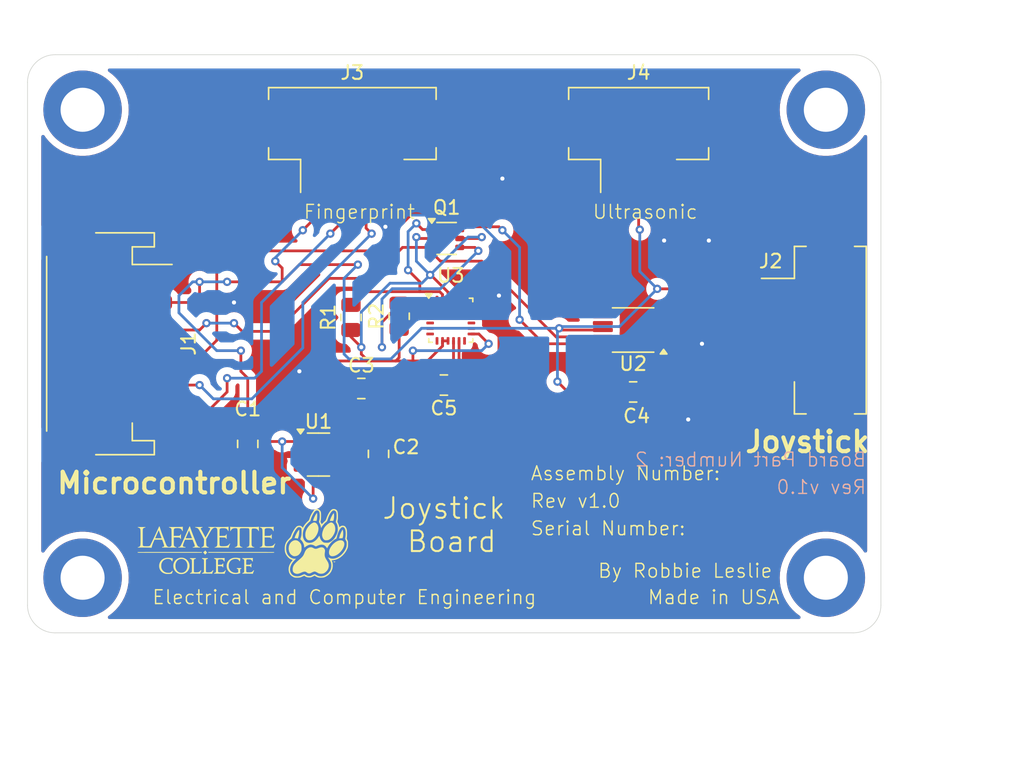
<source format=kicad_pcb>
(kicad_pcb (version 20240108) (generator "pcbnew") (generator_version "8.0")
  (title_block (title "Joytick and IMU Board") (date "2025-02-11") (rev "v1.0") (company "Lafyayette College") (comment 1 "By Robbie Leslie"))
  (layers (0 "F.Cu" signal) (31 "B.Cu" signal) (34 "B.Paste" user) (35 "F.Paste" user) (36 "B.SilkS" user "B.Silkscreen") (37 "F.SilkS" user "F.Silkscreen") (38 "B.Mask" user) (39 "F.Mask" user) (44 "Edge.Cuts" user))
  (net 0 "")
  (net 1 "/SCL")
  (net 2 "/SDA")
  (net 3 "/A3")
  (net 4 "/A1")
  (net 5 "/A0")
  (net 6 "/A2")
  (net 7 "/GND")
  (net 9 "/3.3V")
  (net 10 "/1.8V")
  (net 11 "Net-(U3-REGOUT)")
  (net 12 "/SCL_1.8V")
  (net 13 "/SDA_1.8V")
  (net 28 "/RX")
  (net 29 "/TX")
  (footprint "Sensor_Motion:InvenSense_QFN-24_3x3mm_P0.4mm" (layer "F.Cu") (at 156.75 66.29)
    (property "Reference" "U3" (at 0 -3.25 0) (layer "F.SilkS"))
    (property "Value" "ICM-20948")
    (pad "1" smd roundrect (at -1.5 -1) (size 0.55 0.2) (layers "F.Cu" "F.Paste" "F.Mask"))
    (pad "2" smd roundrect (at -1.5 -0.6) (size 0.55 0.2) (layers "F.Cu" "F.Paste" "F.Mask"))
    (pad "3" smd roundrect (at -1.5 -0.2) (size 0.55 0.2) (layers "F.Cu" "F.Paste" "F.Mask"))
    (pad "4" smd roundrect (at -1.5 0.2) (size 0.55 0.2) (layers "F.Cu" "F.Paste" "F.Mask"))
    (pad "5" smd roundrect (at -1.5 0.6) (size 0.55 0.2) (layers "F.Cu" "F.Paste" "F.Mask"))
    (pad "6" smd roundrect (at -1.5 1) (size 0.55 0.2) (layers "F.Cu" "F.Paste" "F.Mask"))
    (pad "7" smd roundrect (at -1 1.5 90) (size 0.55 0.2) (layers "F.Cu" "F.Paste" "F.Mask"))
    (pad "8" smd roundrect (at -0.6 1.5 90) (size 0.55 0.2) (layers "F.Cu" "F.Paste" "F.Mask") (net 10 "/1.8V"))
    (pad "9" smd roundrect (at -0.2 1.5 90) (size 0.55 0.2) (layers "F.Cu" "F.Paste" "F.Mask") (net 10 "/1.8V"))
    (pad "10" smd roundrect (at 0.2 1.5 90) (size 0.55 0.2) (layers "F.Cu" "F.Paste" "F.Mask") (net 11 "Net-(U3-REGOUT)"))
    (pad "11" smd roundrect (at 0.6 1.5 90) (size 0.55 0.2) (layers "F.Cu" "F.Paste" "F.Mask") (net 7 "/GND"))
    (pad "12" smd roundrect (at 1 1.5 90) (size 0.55 0.2) (layers "F.Cu" "F.Paste" "F.Mask"))
    (pad "13" smd roundrect (at 1.5 1) (size 0.55 0.2) (layers "F.Cu" "F.Paste" "F.Mask") (net 10 "/1.8V"))
    (pad "14" smd roundrect (at 1.5 0.6) (size 0.55 0.2) (layers "F.Cu" "F.Paste" "F.Mask"))
    (pad "15" smd roundrect (at 1.5 0.2) (size 0.55 0.2) (layers "F.Cu" "F.Paste" "F.Mask"))
    (pad "16" smd roundrect (at 1.5 -0.2) (size 0.55 0.2) (layers "F.Cu" "F.Paste" "F.Mask"))
    (pad "17" smd roundrect (at 1.5 -0.6) (size 0.55 0.2) (layers "F.Cu" "F.Paste" "F.Mask"))
    (pad "18" smd roundrect (at 1.5 -1) (size 0.55 0.2) (layers "F.Cu" "F.Paste" "F.Mask") (net 7 "/GND"))
    (pad "19" smd roundrect (at 1 -1.5 90) (size 0.55 0.2) (layers "F.Cu" "F.Paste" "F.Mask"))
    (pad "20" smd roundrect (at 0.6 -1.5 90) (size 0.55 0.2) (layers "F.Cu" "F.Paste" "F.Mask") (net 7 "/GND"))
    (pad "21" smd roundrect (at 0.2 -1.5 90) (size 0.55 0.2) (layers "F.Cu" "F.Paste" "F.Mask"))
    (pad "22" smd roundrect (at -0.2 -1.5 90) (size 0.55 0.2) (layers "F.Cu" "F.Paste" "F.Mask") (net 10 "/1.8V"))
    (pad "23" smd roundrect (at -0.6 -1.5 90) (size 0.55 0.2) (layers "F.Cu" "F.Paste" "F.Mask") (net 12 "/SCL_1.8V"))
    (pad "24" smd roundrect (at -1 -1.5 90) (size 0.55 0.2) (layers "F.Cu" "F.Paste" "F.Mask") (net 13 "/SDA_1.8V"))
    (zone (net 0) (net_name "") (layer "F.Cu") (connect_pads (clearance 0)) (min_thickness 0.254)
      (keepout (tracks not_allowed) (vias not_allowed) (pads not_allowed) (copperpour not_allowed) (footprints allowed))
      (fill (thermal_gap 0.508) (thermal_bridge_width 0.508))
      (polygon (pts (xy 155.875 65.495) (xy 157.625 65.495) (xy 157.625 67.085) (xy 155.875 67.085)))
    )
  )
  (footprint "Capacitor_SMD:C_0805_2012Metric" (layer "F.Cu") (at 170 71.5)
    (property "Reference" "C4" (at 0.25 1.75 0) (layer "F.SilkS"))
    (property "Value" "10uF")
    (pad "1" smd roundrect (at -0.95 0) (size 1 1.45) (layers "F.Cu" "F.Paste" "F.Mask") (net 9 "/3.3V"))
    (pad "2" smd roundrect (at 0.95 0) (size 1 1.45) (layers "F.Cu" "F.Paste" "F.Mask") (net 7 "/GND"))
  )
  (footprint "Capacitor_SMD:C_0805_2012Metric" (layer "F.Cu") (at 151.5 76 -90)
    (property "Reference" "C2" (at -0.5 -2 0) (layer "F.SilkS"))
    (property "Value" "10uF")
    (pad "1" smd roundrect (at -0.95 0 270) (size 1 1.45) (layers "F.Cu" "F.Paste" "F.Mask") (net 10 "/1.8V"))
    (pad "2" smd roundrect (at 0.95 0 270) (size 1 1.45) (layers "F.Cu" "F.Paste" "F.Mask") (net 7 "/GND"))
  )
  (footprint "Package_SO:VSSOP-10_3x3mm_P0.5mm" (layer "F.Cu") (at 170 67 180)
    (property "Reference" "U2" (at 0 -2.45 180) (layer "F.SilkS"))
    (property "Value" "ADS1115IDGSR")
    (pad "1" smd roundrect (at -2.2 -1 180) (size 1.45 0.3) (layers "F.Cu" "F.Paste" "F.Mask") (net 7 "/GND"))
    (pad "2" smd roundrect (at -2.2 -0.5 180) (size 1.45 0.3) (layers "F.Cu" "F.Paste" "F.Mask"))
    (pad "3" smd roundrect (at -2.2 0 180) (size 1.45 0.3) (layers "F.Cu" "F.Paste" "F.Mask") (net 7 "/GND"))
    (pad "4" smd roundrect (at -2.2 0.5 180) (size 1.45 0.3) (layers "F.Cu" "F.Paste" "F.Mask") (net 5 "/A0"))
    (pad "5" smd roundrect (at -2.2 1 180) (size 1.45 0.3) (layers "F.Cu" "F.Paste" "F.Mask") (net 4 "/A1"))
    (pad "6" smd roundrect (at 2.2 1 180) (size 1.45 0.3) (layers "F.Cu" "F.Paste" "F.Mask") (net 6 "/A2"))
    (pad "7" smd roundrect (at 2.2 0.5 180) (size 1.45 0.3) (layers "F.Cu" "F.Paste" "F.Mask") (net 3 "/A3"))
    (pad "8" smd roundrect (at 2.2 0 180) (size 1.45 0.3) (layers "F.Cu" "F.Paste" "F.Mask") (net 9 "/3.3V"))
    (pad "9" smd roundrect (at 2.2 -0.5 180) (size 1.45 0.3) (layers "F.Cu" "F.Paste" "F.Mask") (net 2 "/SDA"))
    (pad "10" smd roundrect (at 2.2 -1 180) (size 1.45 0.3) (layers "F.Cu" "F.Paste" "F.Mask") (net 1 "/SCL"))
  )
  (footprint "Resistor_SMD:R_0805_2012Metric" (layer "F.Cu") (at 153 66 90)
    (property "Reference" "R2" (at 0 -1.65 90) (layer "F.SilkS"))
    (property "Value" "4.7k")
    (pad "1" smd roundrect (at -0.9125 0 90) (size 1.025 1.4) (layers "F.Cu" "F.Paste" "F.Mask") (roundrect_rratio 0.243902) (net 10 "/1.8V"))
    (pad "2" smd roundrect (at 0.9125 0 90) (size 1.025 1.4) (layers "F.Cu" "F.Paste" "F.Mask") (roundrect_rratio 0.243902) (net 13 "/SDA_1.8V"))
  )
  (footprint "MountingHole:MountingHole_3.2mm_M3_ISO7380_Pad" (layer "F.Cu") (at 184 85)
    (property "Reference" "H4" (hide yes))
    (property "Value" "MountingHole")
    (pad "1" thru_hole circle (at 0 0) (size 5.7 5.7) (drill 3.2) (layers "*.Cu" "*.Mask" "In1.Cu" "In2.Cu" "In3.Cu" "In4.Cu" "In5.Cu" "In6.Cu" "In7.Cu" "In8.Cu" "In9.Cu" "In10.Cu" "In11.Cu" "In12.Cu" "In13.Cu" "In14.Cu" "In15.Cu" "In16.Cu" "In17.Cu" "In18.Cu" "In19.Cu" "In20.Cu" "In21.Cu" "In22.Cu" "In23.Cu" "In24.Cu" "In25.Cu" "In26.Cu" "In27.Cu" "In28.Cu" "In29.Cu" "In30.Cu"))
  )
  (footprint "Capacitor_SMD:C_0805_2012Metric" (layer "F.Cu") (at 150.25 71.25)
    (property "Reference" "C3" (at 0 -1.68 0) (layer "F.SilkS"))
    (property "Value" "0.1uF")
    (pad "1" smd roundrect (at -0.95 0) (size 1 1.45) (layers "F.Cu" "F.Paste" "F.Mask") (net 10 "/1.8V"))
    (pad "2" smd roundrect (at 0.95 0) (size 1 1.45) (layers "F.Cu" "F.Paste" "F.Mask") (net 7 "/GND"))
  )
  (footprint "MountingHole:MountingHole_3.2mm_M3_ISO7380_Pad" (layer "F.Cu") (at 184 51)
    (property "Reference" "H2" (hide yes))
    (property "Value" "MountingHole")
    (pad "1" thru_hole circle (at 0 0) (size 5.7 5.7) (drill 3.2) (layers "*.Cu" "*.Mask" "In1.Cu" "In2.Cu" "In3.Cu" "In4.Cu" "In5.Cu" "In6.Cu" "In7.Cu" "In8.Cu" "In9.Cu" "In10.Cu" "In11.Cu" "In12.Cu" "In13.Cu" "In14.Cu" "In15.Cu" "In16.Cu" "In17.Cu" "In18.Cu" "In19.Cu" "In20.Cu" "In21.Cu" "In22.Cu" "In23.Cu" "In24.Cu" "In25.Cu" "In26.Cu" "In27.Cu" "In28.Cu" "In29.Cu" "In30.Cu"))
  )
  (footprint "MountingHole:MountingHole_3.2mm_M3_ISO7380_Pad" (layer "F.Cu") (at 130 85)
    (property "Reference" "H3" (hide yes))
    (property "Value" "MountingHole")
    (pad "1" thru_hole circle (at 0 0) (size 5.7 5.7) (drill 3.2) (layers "*.Cu" "*.Mask" "In1.Cu" "In2.Cu" "In3.Cu" "In4.Cu" "In5.Cu" "In6.Cu" "In7.Cu" "In8.Cu" "In9.Cu" "In10.Cu" "In11.Cu" "In12.Cu" "In13.Cu" "In14.Cu" "In15.Cu" "In16.Cu" "In17.Cu" "In18.Cu" "In19.Cu" "In20.Cu" "In21.Cu" "In22.Cu" "In23.Cu" "In24.Cu" "In25.Cu" "In26.Cu" "In27.Cu" "In28.Cu" "In29.Cu" "In30.Cu"))
  )
  (footprint "Package_TO_SOT_SMD:SOT-363_SC-70-6" (layer "F.Cu") (at 156.45 60.35)
    (property "Reference" "Q1" (at 0 -2.25 0) (layer "F.SilkS"))
    (property "Value" "~")
    (pad "1" smd roundrect (at -0.95 -0.65) (size 0.65 0.4) (layers "F.Cu" "F.Paste" "F.Mask") (net 12 "/SCL_1.8V"))
    (pad "2" smd roundrect (at -0.95 0) (size 0.65 0.4) (layers "F.Cu" "F.Paste" "F.Mask") (net 10 "/1.8V"))
    (pad "3" smd roundrect (at -0.95 0.65) (size 0.65 0.4) (layers "F.Cu" "F.Paste" "F.Mask") (net 2 "/SDA"))
    (pad "4" smd roundrect (at 0.95 0.65) (size 0.65 0.4) (layers "F.Cu" "F.Paste" "F.Mask") (net 13 "/SDA_1.8V"))
    (pad "5" smd roundrect (at 0.95 0) (size 0.65 0.4) (layers "F.Cu" "F.Paste" "F.Mask") (net 10 "/1.8V"))
    (pad "6" smd roundrect (at 0.95 -0.65) (size 0.65 0.4) (layers "F.Cu" "F.Paste" "F.Mask") (net 1 "/SCL"))
  )
  (footprint "LOGO" (layer "F.Cu") (at 139 83)
    (property "Reference" "G***" (hide yes))
    (property "Value" "LOGO" (hide yes))
  )
  (footprint "Resistor_SMD:R_0805_2012Metric" (layer "F.Cu") (at 149.5 66.0875 90)
    (property "Reference" "R1" (at 0 -1.65 90) (layer "F.SilkS"))
    (property "Value" "4.7k")
    (pad "1" smd roundrect (at -0.9125 0 90) (size 1.025 1.4) (layers "F.Cu" "F.Paste" "F.Mask") (roundrect_rratio 0.243902) (net 10 "/1.8V"))
    (pad "2" smd roundrect (at 0.9125 0 90) (size 1.025 1.4) (layers "F.Cu" "F.Paste" "F.Mask") (roundrect_rratio 0.243902) (net 12 "/SCL_1.8V"))
  )
  (footprint "Package_TO_SOT_SMD:SOT-23-5" (layer "F.Cu") (at 147.1375 76.05)
    (property "Reference" "U1" (at 0 -2.4 0) (layer "F.SilkS"))
    (property "Value" "MIC5225-1.8YM5-TR")
    (pad "1" smd roundrect (at -1.1375 -0.95) (size 1.325 0.6) (layers "F.Cu" "F.Paste" "F.Mask") (net 9 "/3.3V"))
    (pad "2" smd roundrect (at -1.1375 0) (size 1.325 0.6) (layers "F.Cu" "F.Paste" "F.Mask") (net 7 "/GND"))
    (pad "3" smd roundrect (at -1.1375 0.95) (size 1.325 0.6) (layers "F.Cu" "F.Paste" "F.Mask") (net 9 "/3.3V"))
    (pad "4" smd roundrect (at 1.1375 0.95) (size 1.325 0.6) (layers "F.Cu" "F.Paste" "F.Mask"))
    (pad "5" smd roundrect (at 1.1375 -0.95) (size 1.325 0.6) (layers "F.Cu" "F.Paste" "F.Mask") (net 10 "/1.8V"))
  )
  (footprint "Connector_JST:JST_PH_B3B-PH-SM4-TB_1x03-1MP_P2.00mm_Vertical" (layer "F.Cu") (at 170.4 53.75)
    (property "Reference" "J4" (at 0 -5.45 0) (layer "F.SilkS"))
    (property "Value" "JST B3B-PH-SM4-TB")
    (pad "1" smd roundrect (at -2 0.5) (size 1 5.5) (layers "F.Cu" "F.Paste" "F.Mask") (net 6 "/A2"))
    (pad "2" smd roundrect (at 0 0.5) (size 1 5.5) (layers "F.Cu" "F.Paste" "F.Mask") (net 9 "/3.3V"))
    (pad "3" smd roundrect (at 2 0.5) (size 1 5.5) (layers "F.Cu" "F.Paste" "F.Mask") (net 7 "/GND"))
    (pad "MP" smd roundrect (at -4.4 -1.75) (size 1.6 3) (layers "F.Cu" "F.Paste" "F.Mask") (roundrect_rratio 0.15625))
    (pad "MP" smd roundrect (at 4.4 -1.75) (size 1.6 3) (layers "F.Cu" "F.Paste" "F.Mask") (roundrect_rratio 0.15625))
  )
  (footprint "Capacitor_SMD:C_0805_2012Metric" (layer "F.Cu") (at 156.25 71 180)
    (property "Reference" "C5" (at 0 -1.68 180) (layer "F.SilkS"))
    (property "Value" "0.1uF")
    (pad "1" smd roundrect (at -0.95 0 180) (size 1 1.45) (layers "F.Cu" "F.Paste" "F.Mask") (net 11 "Net-(U3-REGOUT)"))
    (pad "2" smd roundrect (at 0.95 0 180) (size 1 1.45) (layers "F.Cu" "F.Paste" "F.Mask") (net 7 "/GND"))
  )
  (footprint "MountingHole:MountingHole_3.2mm_M3_ISO7380_Pad" (layer "F.Cu") (at 130 51)
    (property "Reference" "H1" (hide yes))
    (property "Value" "MountingHole")
    (pad "1" thru_hole circle (at 0 0) (size 5.7 5.7) (drill 3.2) (layers "*.Cu" "*.Mask" "In1.Cu" "In2.Cu" "In3.Cu" "In4.Cu" "In5.Cu" "In6.Cu" "In7.Cu" "In8.Cu" "In9.Cu" "In10.Cu" "In11.Cu" "In12.Cu" "In13.Cu" "In14.Cu" "In15.Cu" "In16.Cu" "In17.Cu" "In18.Cu" "In19.Cu" "In20.Cu" "In21.Cu" "In22.Cu" "In23.Cu" "In24.Cu" "In25.Cu" "In26.Cu" "In27.Cu" "In28.Cu" "In29.Cu" "In30.Cu"))
  )
  (footprint "Connector_JST:JST_PH_S6B-PH-SM4-TB_1x06-1MP_P2.00mm_Horizontal" (layer "F.Cu") (at 131.9 68 -90)
    (property "Reference" "J1" (at 0 -5.8 90) (layer "F.SilkS"))
    (property "Value" "JST B6B-PH-SM4-TB")
    (pad "1" smd roundrect (at -5 -2.85 270) (size 1 3.5) (layers "F.Cu" "F.Paste" "F.Mask") (net 7 "/GND"))
    (pad "2" smd roundrect (at -3 -2.85 270) (size 1 3.5) (layers "F.Cu" "F.Paste" "F.Mask") (net 9 "/3.3V"))
    (pad "3" smd roundrect (at -1 -2.85 270) (size 1 3.5) (layers "F.Cu" "F.Paste" "F.Mask") (net 2 "/SDA"))
    (pad "4" smd roundrect (at 1 -2.85 270) (size 1 3.5) (layers "F.Cu" "F.Paste" "F.Mask") (net 1 "/SCL"))
    (pad "5" smd roundrect (at 3 -2.85 270) (size 1 3.5) (layers "F.Cu" "F.Paste" "F.Mask") (net 28 "/RX"))
    (pad "6" smd roundrect (at 5 -2.85 270) (size 1 3.5) (layers "F.Cu" "F.Paste" "F.Mask") (net 29 "/TX"))
    (pad "MP" smd roundrect (at -7.35 2.9 270) (size 1.5 3.4) (layers "F.Cu" "F.Paste" "F.Mask") (roundrect_rratio 0.166667))
    (pad "MP" smd roundrect (at 7.35 2.9 270) (size 1.5 3.4) (layers "F.Cu" "F.Paste" "F.Mask") (roundrect_rratio 0.166667))
  )
  (footprint "Footprints:LeopardPawFootprint" (layer "F.Cu") (at 147 82.5)
    (property "Reference" "G***" (hide yes))
    (property "Value" "LOGO" (hide yes))
  )
  (footprint "Connector_JST:JST_PH_B4B-PH-SM4-TB_1x04-1MP_P2.00mm_Vertical" (layer "F.Cu") (at 149.6 53.75)
    (property "Reference" "J3" (at 0 -5.45 0) (layer "F.SilkS"))
    (property "Value" "JST B4B-PH-SM4-TB")
    (pad "1" smd roundrect (at -3 0.5) (size 1 5.5) (layers "F.Cu" "F.Paste" "F.Mask") (net 9 "/3.3V"))
    (pad "2" smd roundrect (at -1 0.5) (size 1 5.5) (layers "F.Cu" "F.Paste" "F.Mask") (net 29 "/TX"))
    (pad "3" smd roundrect (at 1 0.5) (size 1 5.5) (layers "F.Cu" "F.Paste" "F.Mask") (net 28 "/RX"))
    (pad "4" smd roundrect (at 3 0.5) (size 1 5.5) (layers "F.Cu" "F.Paste" "F.Mask") (net 7 "/GND"))
    (pad "MP" smd roundrect (at -5.4 -1.75) (size 1.6 3) (layers "F.Cu" "F.Paste" "F.Mask") (roundrect_rratio 0.15625))
    (pad "MP" smd roundrect (at 5.4 -1.75) (size 1.6 3) (layers "F.Cu" "F.Paste" "F.Mask") (roundrect_rratio 0.15625))
  )
  (footprint "Connector_JST:JST_PH_B4B-PH-SM4-TB_1x04-1MP_P2.00mm_Vertical" (layer "F.Cu") (at 182.575 67.01 -90)
    (property "Reference" "J2" (at -5.01 2.575 180) (layer "F.SilkS"))
    (property "Value" "JST B4B-PH-SM4-TB")
    (pad "1" smd roundrect (at -3 0.5 270) (size 1 5.5) (layers "F.Cu" "F.Paste" "F.Mask") (net 9 "/3.3V"))
    (pad "2" smd roundrect (at -1 0.5 270) (size 1 5.5) (layers "F.Cu" "F.Paste" "F.Mask") (net 4 "/A1"))
    (pad "3" smd roundrect (at 1 0.5 270) (size 1 5.5) (layers "F.Cu" "F.Paste" "F.Mask") (net 5 "/A0"))
    (pad "4" smd roundrect (at 3 0.5 270) (size 1 5.5) (layers "F.Cu" "F.Paste" "F.Mask") (net 7 "/GND"))
    (pad "MP" smd roundrect (at -5.4 -1.75 270) (size 1.6 3) (layers "F.Cu" "F.Paste" "F.Mask") (roundrect_rratio 0.15625))
    (pad "MP" smd roundrect (at 5.4 -1.75 270) (size 1.6 3) (layers "F.Cu" "F.Paste" "F.Mask") (roundrect_rratio 0.15625))
  )
  (footprint "Capacitor_SMD:C_0805_2012Metric" (layer "F.Cu") (at 142 75.275 -90)
    (property "Reference" "C1" (at -2.525 0 0) (layer "F.SilkS"))
    (property "Value" "10uF")
    (pad "1" smd roundrect (at -0.95 0 270) (size 1 1.45) (layers "F.Cu" "F.Paste" "F.Mask") (net 9 "/3.3V"))
    (pad "2" smd roundrect (at 0.95 0 270) (size 1 1.45) (layers "F.Cu" "F.Paste" "F.Mask") (net 7 "/GND"))
  )
  (gr_arc (start 126 49) (mid 126.585786 47.585786) (end 128 47) (stroke (width 0.05)) (layer "Edge.Cuts"))
  (gr_line (start 128 47) (end 134 47) (stroke (width 0.05)) (layer "Edge.Cuts"))
  (gr_line (start 128 89) (end 186 89) (stroke (width 0.05)) (layer "Edge.Cuts"))
  (gr_arc (start 188 87) (mid 187.414214 88.414214) (end 186 89) (stroke (width 0.05)) (layer "Edge.Cuts"))
  (gr_line (start 134 47) (end 186 47) (stroke (width 0.05)) (layer "Edge.Cuts"))
  (gr_line (start 126 49) (end 126 87) (stroke (width 0.05)) (layer "Edge.Cuts"))
  (gr_arc (start 186 47) (mid 187.414214 47.585786) (end 188 49) (stroke (width 0.05)) (layer "Edge.Cuts"))
  (gr_line (start 188 49) (end 188 87) (stroke (width 0.05)) (layer "Edge.Cuts"))
  (gr_arc (start 128 89) (mid 126.585786 88.414214) (end 126 87) (stroke (width 0.05)) (layer "Edge.Cuts"))
  (gr_text "Rev v1.0" (at 187 79 0) (layer "B.SilkS") (effects (font (size 1 1) (thickness 0.1)) (justify left bottom mirror)))
  (gr_text "Board Part Number: 2" (at 187 77 0) (layer "B.SilkS") (effects (font (size 1 1) (thickness 0.1)) (justify left bottom mirror)))
  (gr_text "Joystick" (at 178 76 0) (layer "F.SilkS") (effects (font (size 1.5 1.5) (thickness 0.3) (bold yes)) (justify left bottom)))
  (gr_text "By Robbie Leslie" (at 167.38 85.08 0) (layer "F.SilkS") (effects (font (size 1 1) (thickness 0.1)) (justify left bottom)))
  (gr_text "Electrical and Computer Engineering" (at 135 87 0) (layer "F.SilkS") (effects (font (size 1 1) (thickness 0.1)) (justify left bottom)))
  (gr_text "Ultrasonic" (at 167 59 0) (layer "F.SilkS") (effects (font (size 1 1) (thickness 0.1)) (justify left bottom)))
  (gr_text "Assembly Number: " (at 162.5 78 0) (layer "F.SilkS") (effects (font (size 1 1) (thickness 0.1)) (justify left bottom)))
  (gr_text "Rev v1.0" (at 162.5 80 0) (layer "F.SilkS") (effects (font (size 1 1) (thickness 0.1)) (justify left bottom)))
  (gr_text "Made in USA" (at 171 87 0) (layer "F.SilkS") (effects (font (size 1 1) (thickness 0.1)) (justify left bottom)))
  (gr_text "Joystick\n Board" (at 156.25 83.25 0) (layer "F.SilkS") (effects (font (size 1.5 1.5)) (justify bottom)))
  (gr_text "Serial Number: " (at 162.5 82 0) (layer "F.SilkS") (effects (font (size 1 1) (thickness 0.1)) (justify left bottom)))
  (gr_text "Microcontroller" (at 128 79 0) (layer "F.SilkS") (effects (font (size 1.5 1.5) (thickness 0.3) (bold yes)) (justify left bottom)))
  (gr_text "Fingerprint" (at 146 59 0) (layer "F.SilkS") (effects (font (size 1 1) (thickness 0.1)) (justify left bottom)))
  (segment (start 154 58.5) (end 151.25 61.25) (width 0.2) (layer "F.Cu") (net 1))
  (segment (start 163.5 68) (end 167.85 68) (width 0.2) (layer "F.Cu") (net 1))
  (segment (start 139.75 62.25) (end 139.75 67.75) (width 0.2) (layer "F.Cu") (net 1))
  (segment (start 161.75 66.25) (end 163.5 68) (width 0.2) (layer "F.Cu") (net 1))
  (segment (start 157.6 59.5) (end 160.25 59.5) (width 0.2) (layer "F.Cu") (net 1))
  (segment (start 151.25 61.25) (end 140.75 61.25) (width 0.2) (layer "F.Cu") (net 1))
  (segment (start 157.4 59.7) (end 157.75 59.35) (width 0.2) (layer "F.Cu") (net 1))
  (segment (start 139.75 67.75) (end 138.5 69) (width 0.2) (layer "F.Cu") (net 1))
  (segment (start 157.75 58.5) (end 154 58.5) (width 0.2) (layer "F.Cu") (net 1))
  (segment (start 140.75 61.25) (end 139.75 62.25) (width 0.2) (layer "F.Cu") (net 1))
  (segment (start 138.5 69) (end 134.75 69) (width 0.2) (layer "F.Cu") (net 1))
  (segment (start 160.25 59.5) (end 160.5 59.75) (width 0.2) (layer "F.Cu") (net 1))
  (segment (start 157.75 59.35) (end 157.75 58.5) (width 0.2) (layer "F.Cu") (net 1))
  (segment (start 157.4 59.7) (end 157.6 59.5) (width 0.2) (layer "F.Cu") (net 1))
  (via (at 161.75 66.25) (size 0.6) (drill 0.3) (layers "F.Cu" "B.Cu") (net 1))
  (via (at 160.5 59.75) (size 0.6) (drill 0.3) (layers "F.Cu" "B.Cu") (net 1))
  (segment (start 161.75 66.25) (end 161.75 61) (width 0.2) (layer "B.Cu") (net 1))
  (segment (start 161.75 61) (end 160.5 59.75) (width 0.2) (layer "B.Cu") (net 1))
  (segment (start 134.75 67) (end 138.5 67) (width 0.2) (layer "F.Cu") (net 2))
  (segment (start 164.401471 67.5) (end 167.85 67.5) (width 0.2) (layer "F.Cu") (net 2))
  (segment (start 141 66.5) (end 141.6 67.1) (width 0.2) (layer "F.Cu") (net 2))
  (segment (start 163 66) (end 159 62) (width 0.2) (layer "F.Cu") (net 2))
  (segment (start 163 66.098529) (end 164.401471 67.5) (width 0.2) (layer "F.Cu") (net 2))
  (segment (start 159 62) (end 156 62) (width 0.2) (layer "F.Cu") (net 2))
  (segment (start 138.5 67) (end 139 66.5) (width 0.2) (layer "F.Cu") (net 2))
  (segment (start 144.05 67.1) (end 147.9 63.25) (width 0.2) (layer "F.Cu") (net 2))
  (segment (start 153.25 61) (end 155.5 61) (width 0.2) (layer "F.Cu") (net 2))
  (segment (start 156 62) (end 155.5 61.5) (width 0.2) (layer "F.Cu") (net 2))
  (segment (start 155.5 61.5) (end 155.5 61) (width 0.2) (layer "F.Cu") (net 2))
  (segment (start 151 63.25) (end 153.25 61) (width 0.2) (layer "F.Cu") (net 2))
  (segment (start 141.6 67.1) (end 144.05 67.1) (width 0.2) (layer "F.Cu") (net 2))
  (segment (start 163 66) (end 163 66.098529) (width 0.2) (layer "F.Cu") (net 2))
  (segment (start 147.9 63.25) (end 151 63.25) (width 0.2) (layer "F.Cu") (net 2))
  (via (at 139 66.5) (size 0.6) (drill 0.3) (layers "F.Cu" "B.Cu") (net 2))
  (via (at 141 66.5) (size 0.6) (drill 0.3) (layers "F.Cu" "B.Cu") (net 2))
  (segment (start 141 66.5) (end 139 66.5) (width 0.2) (layer "B.Cu") (net 2))
  (segment (start 172.16 66.01) (end 172.15 66) (width 0.2) (layer "F.Cu") (net 4))
  (segment (start 182.075 66.01) (end 172.16 66.01) (width 0.2) (layer "F.Cu") (net 4))
  (segment (start 172.15 66.5) (end 175.25 66.5) (width 0.2) (layer "F.Cu") (net 5))
  (segment (start 176.76 68.01) (end 182.075 68.01) (width 0.2) (layer "F.Cu") (net 5))
  (segment (start 175.25 66.5) (end 176.76 68.01) (width 0.2) (layer "F.Cu") (net 5))
  (segment (start 166.75 66) (end 166.5 65.75) (width 0.2) (layer "F.Cu") (net 6))
  (segment (start 168.4 60.268) (end 168.4 54.25) (width 0.2) (layer "F.Cu") (net 6))
  (segment (start 166.5 62.168) (end 168.4 60.268) (width 0.2) (layer "F.Cu") (net 6))
  (segment (start 166.5 65.75) (end 166.5 62.168) (width 0.2) (layer "F.Cu") (net 6))
  (segment (start 167.85 66) (end 166.75 66) (width 0.2) (layer "F.Cu") (net 6))
  (segment (start 153.725 76.775) (end 151.5 76.775) (width 0.2) (layer "F.Cu") (net 7))
  (segment (start 152.5 71) (end 152.25 71.25) (width 0.2) (layer "F.Cu") (net 7))
  (segment (start 172.75 71.5) (end 175.625 68.625) (width 0.2) (layer "F.Cu") (net 7))
  (segment (start 172.75 73) (end 171.25 74.5) (width 0.2) (layer "F.Cu") (net 7))
  (segment (start 159.21 65.29) (end 159.25 65.25) (width 0.2) (layer "F.Cu") (net 7))
  (segment (start 159 72) (end 158.25 72.75) (width 0.2) (layer "F.Cu") (net 7))
  (segment (start 159 70.75) (end 159 72) (width 0.2) (layer "F.Cu") (net 7))
  (segment (start 158.25 65.29) (end 159.21 65.29) (width 0.2) (layer "F.Cu") (net 7))
  (segment (start 159.25 65.25) (end 159.25 64.75) (width 0.2) (layer "F.Cu") (net 7))
  (segment (start 157.35 67.79) (end 157.35 69.1) (width 0.2) (layer "F.Cu") (net 7))
  (segment (start 154 76.5) (end 153.725 76.775) (width 0.2) (layer "F.Cu") (net 7))
  (segment (start 159.25 64.25) (end 159 64) (width 0.2) (layer "F.Cu") (net 7))
  (segment (start 172.15 67) (end 173 67) (width 0.2) (layer "F.Cu") (net 7))
  (segment (start 159.25 64.75) (end 160 64.75) (width 0.2) (layer "F.Cu") (net 7))
  (segment (start 159.25 64.75) (end 159.25 64.25) (width 0.2) (layer "F.Cu") (net 7))
  (segment (start 158.25 72.75) (end 156.25 72.75) (width 0.2) (layer "F.Cu") (net 7))
  (segment (start 160 74.5) (end 158.25 72.75) (width 0.2) (layer "F.Cu") (net 7))
  (segment (start 155.475 71) (end 152.5 71) (width 0.2) (layer "F.Cu") (net 7))
  (segment (start 152.6 58.9) (end 152 59.5) (width 0.2) (layer "F.Cu") (net 7))
  (segment (start 159 64) (end 157.76864 64) (width 0.2) (layer "F.Cu") (net 7))
  (segment (start 157.35 64.41864) (end 157.35 64.79) (width 0.2) (layer "F.Cu") (net 7))
  (segment (start 160.25 69.5) (end 159 70.75) (width 0.2) (layer "F.Cu") (net 7))
  (segment (start 172.15 68) (end 174 68) (width 0.2) (layer "F.Cu") (net 7))
  (segment (start 152.25 71.25) (end 154 73) (width 0.2) (layer "F.Cu") (net 7))
  (segment (start 173 67) (end 174 68) (width 0.2) (layer "F.Cu") (net 7))
  (segment (start 152.6 54.25) (end 152.6 58.9) (width 0.2) (layer "F.Cu") (net 7))
  (segment (start 160.25 64.5) (end 160.25 69.5) (width 0.2) (layer "F.Cu") (net 7))
  (segment (start 171.25 74.5) (end 160 74.5) (width 0.2) (layer "F.Cu") (net 7))
  (segment (start 175 68) (end 175.625 68.625) (width 0.2) (layer "F.Cu") (net 7))
  (segment (start 157.76864 64) (end 157.35 64.41864) (width 0.2) (layer "F.Cu") (net 7))
  (segment (start 175.625 68.625) (end 177.01 70.01) (width 0.2) (layer "F.Cu") (net 7))
  (segment (start 174 68) (end 175 68) (width 0.2) (layer "F.Cu") (net 7))
  (segment (start 146 76.05) (end 150.775 76.05) (width 0.2) (layer "F.Cu") (net 7))
  (segment (start 156.25 72.75) (end 155.475 71.975) (width 0.2) (layer "F.Cu") (net 7))
  (segment (start 142 76.05) (end 139.8 76.05) (width 0.2) (layer "F.Cu") (net 7))
  (segment (start 157.35 69.1) (end 159 70.75) (width 0.2) (layer "F.Cu") (net 7))
  (segment (start 177.01 70.01) (end 182.075 70.01) (width 0.2) (layer "F.Cu") (net 7))
  (segment (start 151.025 71.25) (end 152.25 71.25) (width 0.2) (layer "F.Cu") (net 7))
  (segment (start 160 64.75) (end 160.25 64.5) (width 0.2) (layer "F.Cu") (net 7))
  (segment (start 172.75 71.5) (end 172.75 73) (width 0.2) (layer "F.Cu") (net 7))
  (segment (start 150.775 76.05) (end 151.5 76.775) (width 0.2) (layer "F.Cu") (net 7))
  (segment (start 172.4 60.35) (end 172.25 60.5) (width 0.2) (layer "F.Cu") (net 7))
  (segment (start 172.4 54.25) (end 172.4 60.35) (width 0.2) (layer "F.Cu") (net 7))
  (segment (start 154 73) (end 154 76.5) (width 0.2) (layer "F.Cu") (net 7))
  (segment (start 170.775 71.5) (end 172.75 71.5) (width 0.2) (layer "F.Cu") (net 7))
  (segment (start 155.475 71.975) (end 155.475 71) (width 0.2) (layer "F.Cu") (net 7))
  (segment (start 146 76.05) (end 142 76.05) (width 0.2) (layer "F.Cu") (net 7))
  (via (at 152 59.5) (size 0.6) (drill 0.3) (layers "F.Cu" "B.Cu") (net 7))
  (via (at 141 65) (size 0.6) (drill 0.3) (layers "F.Cu" "B.Cu") (net 7))
  (via (at 160.25 64.5) (size 0.6) (drill 0.3) (layers "F.Cu" "B.Cu") (net 7))
  (via (at 160.5 56) (size 0.6) (drill 0.3) (layers "F.Cu" "B.Cu") (net 7))
  (via (at 172.25 60.5) (size 0.6) (drill 0.3) (layers "F.Cu" "B.Cu") (net 7))
  (via (at 174 73.5) (size 0.6) (drill 0.3) (layers "F.Cu" "B.Cu") (net 7))
  (via (at 175 68) (size 0.6) (drill 0.3) (layers "F.Cu" "B.Cu") (net 7))
  (via (at 145.75 70) (size 0.6) (drill 0.3) (layers "F.Cu" "B.Cu") (net 7))
  (via (at 175.5 60.5) (size 0.6) (drill 0.3) (layers "F.Cu" "B.Cu") (net 7))
  (segment (start 175 63.25) (end 175 68) (width 0.2) (layer "B.Cu") (net 7))
  (segment (start 152.85 58.65) (end 158.248529 58.65) (width 0.2) (layer "B.Cu") (net 7))
  (segment (start 160.25 60.651471) (end 160.25 64.5) (width 0.2) (layer "B.Cu") (net 7))
  (segment (start 172.25 60.5) (end 175 63.25) (width 0.2) (layer "B.Cu") (net 7))
  (segment (start 158.248529 58.65) (end 160.25 60.651471) (width 0.2) (layer "B.Cu") (net 7))
  (segment (start 152 59.5) (end 152.85 58.65) (width 0.2) (layer "B.Cu") (net 7))
  (segment (start 146 77) (end 146.75 77.75) (width 0.2) (layer "F.Cu") (net 9))
  (segment (start 142 70.5) (end 142 74.5) (width 0.2) (layer "F.Cu") (net 9))
  (segment (start 164.625 66.875) (end 164.5 66.75) (width 0.2) (layer "F.Cu") (net 9))
  (segment (start 169.05 71.5) (end 165.25 71.5) (width 0.2) (layer "F.Cu") (net 9))
  (segment (start 170.4 59.628) (end 170.482 59.71) (width 0.2) (layer "F.Cu") (net 9))
  (segment (start 171.75 64.01) (end 171.619732 64.01) (width 0.2) (layer "F.Cu") (net 9))
  (segment (start 167.85 67) (end 164.75 67) (width 0.2) (layer "F.Cu") (net 9))
  (segment (start 142.25 74.5) (end 142.85 75.1) (width 0.2) (layer "F.Cu") (net 9))
  (segment (start 150 62.25) (end 145.75 62.25) (width 0.2) (layer "F.Cu") (net 9))
  (segment (start 142 74.5) (end 142.25 74.5) (width 0.2) (layer "F.Cu") (net 9))
  (segment (start 144.5 63.5) (end 144.5 62.5) (width 0.2) (layer "F.Cu") (net 9))
  (segment (start 138.5 64.5) (end 138 65) (width 0.2) (layer "F.Cu") (net 9))
  (segment (start 146.6 59.15) (end 146 59.75) (width 0.2) (layer "F.Cu") (net 9))
  (segment (start 138 65) (end 134.75 65) (width 0.2) (layer "F.Cu") (net 9))
  (segment (start 146.6 54.25) (end 146.6 59.15) (width 0.2) (layer "F.Cu") (net 9))
  (segment (start 141.5 68.5) (end 141.5 70) (width 0.2) (layer "F.Cu") (net 9))
  (segment (start 141.5 70) (end 142 70.5) (width 0.2) (layer "F.Cu") (net 9))
  (segment (start 170.4 54.25) (end 170.4 59.628) (width 0.2) (layer "F.Cu") (net 9))
  (segment (start 145.75 62.25) (end 144.5 63.5) (width 0.2) (layer "F.Cu") (net 9))
  (segment (start 146.75 77.75) (end 146.75 79.25) (width 0.2) (layer "F.Cu") (net 9))
  (segment (start 142.85 75.1) (end 144.5 75.1) (width 0.2) (layer "F.Cu") (net 9))
  (segment (start 144.5 75.1) (end 146 75.1) (width 0.2) (layer "F.Cu") (net 9))
  (segment (start 182.075 64.01) (end 171.75 64.01) (width 0.2) (layer "F.Cu") (net 9))
  (segment (start 138.5 63.5) (end 138.5 64.5) (width 0.2) (layer "F.Cu") (net 9))
  (segment (start 144.5 62.5) (end 144 62) (width 0.2) (layer "F.Cu") (net 9))
  (segment (start 140.5 63.5) (end 144.5 63.5) (width 0.2) (layer "F.Cu") (net 9))
  (segment (start 165.25 71.5) (end 164.5 70.75) (width 0.2) (layer "F.Cu") (net 9))
  (segment (start 164.75 67) (end 164.625 66.875) (width 0.2) (layer "F.Cu") (net 9))
  (via (at 170.482 59.71) (size 0.6) (drill 0.3) (layers "F.Cu" "B.Cu") (net 9))
  (via (at 171.75 64.01) (size 0.6) (drill 0.3) (layers "F.Cu" "B.Cu") (net 9))
  (via (at 144.5 75.1) (size 0.6) (drill 0.3) (layers "F.Cu" "B.Cu") (net 9))
  (via (at 146 59.75) (size 0.6) (drill 0.3) (layers "F.Cu" "B.Cu") (net 9))
  (via (at 150 62.25) (size 0.6) (drill 0.3) (layers "F.Cu" "B.Cu") (net 9))
  (via (at 146.75 79.25) (size 0.6) (drill 0.3) (layers "F.Cu" "B.Cu") (net 9))
  (via (at 164.625 66.875) (size 0.6) (drill 0.3) (layers "F.Cu" "B.Cu") (net 9))
  (via (at 140.5 63.5) (size 0.6) (drill 0.3) (layers "F.Cu" "B.Cu") (net 9))
  (via (at 164.5 70.75) (size 0.6) (drill 0.3) (layers "F.Cu" "B.Cu") (net 9))
  (via (at 144 62) (size 0.6) (drill 0.3) (layers "F.Cu" "B.Cu") (net 9))
  (via (at 138.5 63.5) (size 0.6) (drill 0.3) (layers "F.Cu" "B.Cu") (net 9))
  (via (at 141.5 68.5) (size 0.6) (drill 0.3) (layers "F.Cu" "B.Cu") (net 9))
  (segment (start 137 65.75) (end 137 64.5) (width 0.2) (layer "B.Cu") (net 9))
  (segment (start 149.35 69.1) (end 152.4 69.1) (width 0.2) (layer "B.Cu") (net 9))
  (segment (start 137 64.5) (end 138 63.5) (width 0.2) (layer "B.Cu") (net 9))
  (segment (start 164.75 66.75) (end 169.01 66.75) (width 0.2) (layer "B.Cu") (net 9))
  (segment (start 154.625 66.875) (end 164.625 66.875) (width 0.2) (layer "B.Cu") (net 9))
  (segment (start 164.5 70.75) (end 164.5 67) (width 0.2) (layer "B.Cu") (net 9))
  (segment (start 164.625 66.875) (end 164.75 66.75) (width 0.2) (layer "B.Cu") (net 9))
  (segment (start 149 68.75) (end 149.35 69.1) (width 0.2) (layer "B.Cu") (net 9))
  (segment (start 170.482 59.71) (end 170.482 62.742) (width 0.2) (layer "B.Cu") (net 9))
  (segment (start 144 61.75) (end 144 62) (width 0.2) (layer "B.Cu") (net 9))
  (segment (start 170.482 62.742) (end 171.75 64.01) (width 0.2) (layer "B.Cu") (net 9))
  (segment (start 140.5 63.5) (end 138.5 63.5) (width 0.2) (layer "B.Cu") (net 9))
  (segment (start 150 62.25) (end 149 63.25) (width 0.2) (layer "B.Cu") (net 9))
  (segment (start 164.5 67) (end 164.625 66.875) (width 0.2) (layer "B.Cu") (net 9))
  (segment (start 169.01 66.75) (end 171.75 64.01) (width 0.2) (layer "B.Cu") (net 9))
  (segment (start 149 63.25) (end 149 68.75) (width 0.2) (layer "B.Cu") (net 9))
  (segment (start 138 63.5) (end 138.5 63.5) (width 0.2) (layer "B.Cu") (net 9))
  (segment (start 139.75 68.5) (end 137 65.75) (width 0.2) (layer "B.Cu") (net 9))
  (segment (start 152.4 69.1) (end 154.625 66.875) (width 0.2) (layer "B.Cu") (net 9))
  (segment (start 141.5 68.5) (end 139.75 68.5) (width 0.2) (layer "B.Cu") (net 9))
  (segment (start 144.5 77) (end 144.5 75.1) (width 0.2) (layer "B.Cu") (net 9))
  (segment (start 146 59.75) (end 144 61.75) (width 0.2) (layer "B.Cu") (net 9))
  (segment (start 146.75 79.25) (end 144.5 77) (width 0.2) (layer "B.Cu") (net 9))
  (segment (start 148.275 71.475) (end 148.5 71.25) (width 0.2) (layer "F.Cu") (net 10))
  (segment (start 150.25 68.75) (end 150.75 69.25) (width 0.2) (layer "F.Cu") (net 10))
  (segment (start 148.25 71.45) (end 148.275 71.475) (width 0.2) (layer "F.Cu") (net 10))
  (segment (start 158.25 67.29) (end 158.79 67.29) (width 0.2) (layer "F.Cu") (net 10))
  (segment (start 158.9 60.35) (end 159 60.25) (width 0.2) (layer "F.Cu") (net 10))
  (segment (start 148.275 75.1) (end 151.375 75.1) (width 0.2) (layer "F.Cu") (net 10))
  (segment (start 150.75 69.25) (end 148.25 69.25) (width 0.2) (layer "F.Cu") (net 10))
  (segment (start 150.25 68.25) (end 150.25 68.75) (width 0.2) (layer "F.Cu") (net 10))
  (segment (start 153 69) (end 152.75 69.25) (width 0.2) (layer "F.Cu") (net 10))
  (segment (start 155.5 60.35) (end 154.35 60.35) (width 0.2) (layer "F.Cu") (net 10))
  (segment (start 152.75 69.25) (end 150.75 69.25) (width 0.2) (layer "F.Cu") (net 10))
  (segment (start 151.375 75.1) (end 151.5 75.225) (width 0.2) (layer "F.Cu") (net 10))
  (segment (start 154 69.25) (end 154 68.5) (width 0.2) (layer "F.Cu") (net 10))
  (segment (start 148.5 71.25) (end 149.475 71.25) (width 0.2) (layer "F.Cu") (net 10))
  (segment (start 158.79 67.29) (end 159.5 68) (width 0.2) (layer "F.Cu") (net 10))
  (segment (start 148.25 69.25) (end 148.25 71.45) (width 0.2) (layer "F.Cu") (net 10))
  (segment (start 155.06136 69.25) (end 154 69.25) (width 0.2) (layer "F.Cu") (net 10))
  (segment (start 156.55 64.252954) (end 155.297046 63) (width 0.2) (layer "F.Cu") (net 10))
  (segment (start 156.55 64.79) (end 156.55 64.252954) (width 0.2) (layer "F.Cu") (net 10))
  (segment (start 154 69.25) (end 152.75 69.25) (width 0.2) (layer "F.Cu") (net 10))
  (segment (start 154.35 60.35) (end 154.25 60.25) (width 0.2) (layer "F.Cu") (net 10))
  (segment (start 156.15 68.16136) (end 155.06136 69.25) (width 0.2) (layer "F.Cu") (net 10))
  (segment (start 157.4 60.35) (end 158.9 60.35) (width 0.2) (layer "F.Cu") (net 10))
  (segment (start 148.275 75.1) (end 148.275 71.475) (width 0.2) (layer "F.Cu") (net 10))
  (segment (start 155.297046 63) (end 155.25 63) (width 0.2) (layer "F.Cu") (net 10))
  (segment (start 149.5 67.5) (end 150.25 68.25) (width 0.2) (layer "F.Cu") (net 10))
  (segment (start 156.55 67.79) (end 156.15 67.79) (width 0.2) (layer "F.Cu") (net 10))
  (segment (start 156.15 67.79) (end 156.15 68.16136) (width 0.2) (layer "F.Cu") (net 10))
  (segment (start 149.5 67) (end 149.5 67.5) (width 0.2) (layer "F.Cu") (net 10))
  (segment (start 153 66.825) (end 153 69) (width 0.2) (layer "F.Cu") (net 10))
  (via (at 154 68.5) (size 0.6) (drill 0.3) (layers "F.Cu" "B.Cu") (net 10))
  (via (at 150.25 68.25) (size 0.6) (drill 0.3) (layers "F.Cu" "B.Cu") (net 10))
  (via (at 159.5 68) (size 0.6) (drill 0.3) (layers "F.Cu" "B.Cu") (net 10))
  (via (at 154.25 60.25) (size 0.6) (drill 0.3) (layers "F.Cu" "B.Cu") (net 10))
  (via (at 155.25 63) (size 0.6) (drill 0.3) (layers "F.Cu" "B.Cu") (net 10))
  (via (at 159 60.25) (size 0.6) (drill 0.3) (layers "F.Cu" "B.Cu") (net 10))
  (segment (start 158 60.25) (end 159 60.25) (width 0.2) (layer "B.Cu") (net 10))
  (segment (start 159 68.5) (end 154 68.5) (width 0.2) (layer "B.Cu") (net 10))
  (segment (start 154.25 62) (end 154.25 60.25) (width 0.2) (layer "B.Cu") (net 10))
  (segment (start 155.25 63) (end 154.25 62) (width 0.2) (layer "B.Cu") (net 10))
  (segment (start 155.25 63) (end 158 60.25) (width 0.2) (layer "B.Cu") (net 10))
  (segment (start 155.25 63) (end 154.65 63.6) (width 0.2) (layer "B.Cu") (net 10))
  (segment (start 152.334314 63.6) (end 150.25 65.684314) (width 0.2) (layer "B.Cu") (net 10))
  (segment (start 150.25 65.684314) (end 150.25 68.25) (width 0.2) (layer "B.Cu") (net 10))
  (segment (start 154.65 63.6) (end 152.334314 63.6) (width 0.2) (layer "B.Cu") (net 10))
  (segment (start 159.5 68) (end 159 68.5) (width 0.2) (layer "B.Cu") (net 10))
  (segment (start 156.95 70.925) (end 157.025 71) (width 0.2) (layer "F.Cu") (net 11))
  (segment (start 156.95 67.79) (end 156.95 70.925) (width 0.2) (layer "F.Cu") (net 11))
  (segment (start 149.575 65.175) (end 150.535 64.215) (width 0.2) (layer "F.Cu") (net 12))
  (segment (start 153.65 62.65) (end 154.5 63.5) (width 0.2) (layer "F.Cu") (net 12))
  (segment (start 154.5 63.5) (end 154.5 64.215) (width 0.2) (layer "F.Cu") (net 12))
  (segment (start 154.5 64.215) (end 155.94636 64.215) (width 0.2) (layer "F.Cu") (net 12))
  (segment (start 155.94636 64.215) (end 156.15 64.41864) (width 0.2) (layer "F.Cu") (net 12))
  (segment (start 155.5 59.7) (end 154.7 59.7) (width 0.2) (layer "F.Cu") (net 12))
  (segment (start 149.5 65.175) (end 149.575 65.175) (width 0.2) (layer "F.Cu") (net 12))
  (segment (start 154.7 59.7) (end 154.25 59.25) (width 0.2) (layer "F.Cu") (net 12))
  (segment (start 156.15 64.41864) (end 156.15 64.79) (width 0.2) (layer "F.Cu") (net 12))
  (segment (start 150.535 64.215) (end 154.5 64.215) (width 0.2) (layer "F.Cu") (net 12))
  (via (at 154.25 59.25) (size 0.6) (drill 0.3) (layers "F.Cu" "B.Cu") (net 12))
  (via (at 153.65 62.65) (size 0.6) (drill 0.3) (layers "F.Cu" "B.Cu") (net 12))
  (segment (start 153.65 59.85) (end 154.25 59.25) (width 0.2) (layer "B.Cu") (net 12))
  (segment (start 153.65 62.65) (end 153.65 59.85) (width 0.2) (layer "B.Cu") (net 12))
  (segment (start 155.75 64.79) (end 153.385 64.79) (width 0.2) (layer "F.Cu") (net 13))
  (segment (start 151.75 66.425) (end 151.75 68.25) (width 0.2) (layer "F.Cu") (net 13))
  (segment (start 153.385 64.79) (end 153 65.175) (width 0.2) (layer "F.Cu") (net 13))
  (segment (start 157.4 61) (end 158.5 61) (width 0.2) (layer "F.Cu") (net 13))
  (segment (start 153 65.175) (end 151.75 66.425) (width 0.2) (layer "F.Cu") (net 13))
  (segment (start 158.5 61) (end 158.75 61.25) (width 0.2) (layer "F.Cu") (net 13))
  (via (at 151.75 68.25) (size 0.6) (drill 0.3) (layers "F.Cu" "B.Cu") (net 13))
  (via (at 158.75 61.25) (size 0.6) (drill 0.3) (layers "F.Cu" "B.Cu") (net 13))
  (segment (start 158.75 61.25) (end 156 64) (width 0.2) (layer "B.Cu") (net 13))
  (segment (start 152.5 64) (end 151.75 64.75) (width 0.2) (layer "B.Cu") (net 13))
  (segment (start 156 64) (end 152.5 64) (width 0.2) (layer "B.Cu") (net 13))
  (segment (start 151.75 64.75) (end 151.75 68.25) (width 0.2) (layer "B.Cu") (net 13))
  (segment (start 150.6 54.25) (end 150.6 59.6) (width 0.2) (layer "F.Cu") (net 28))
  (segment (start 150.6 59.6) (end 151 60) (width 0.2) (layer "F.Cu") (net 28))
  (segment (start 138.5 71) (end 134.75 71) (width 0.2) (layer "F.Cu") (net 28))
  (via (at 151 60) (size 0.6) (drill 0.3) (layers "F.Cu" "B.Cu") (net 28))
  (via (at 138.5 71) (size 0.6) (drill 0.3) (layers "F.Cu" "B.Cu") (net 28))
  (segment (start 139.5 72) (end 142.299264 72) (width 0.2) (layer "B.Cu") (net 28))
  (segment (start 142.299264 72) (end 146 68.299264) (width 0.2) (layer "B.Cu") (net 28))
  (segment (start 146 68.299264) (end 146 65) (width 0.2) (layer "B.Cu") (net 28))
  (segment (start 146 65) (end 151 60) (width 0.2) (layer "B.Cu") (net 28))
  (segment (start 138.5 71) (end 139.5 72) (width 0.2) (layer "B.Cu") (net 28))
  (segment (start 148.6 54.25) (end 148.6 59.4) (width 0.2) (layer "F.Cu") (net 29))
  (segment (start 140.5 70.5) (end 140.5 71.5) (width 0.2) (layer "F.Cu") (net 29))
  (segment (start 140.5 71.5) (end 139 73) (width 0.2) (layer "F.Cu") (net 29))
  (segment (start 148.6 59.4) (end 148 60) (width 0.2) (layer "F.Cu") (net 29))
  (segment (start 139 73) (end 134.75 73) (width 0.2) (layer "F.Cu") (net 29))
  (via (at 148 60) (size 0.6) (drill 0.3) (layers "F.Cu" "B.Cu") (net 29))
  (via (at 140.5 70.5) (size 0.6) (drill 0.3) (layers "F.Cu" "B.Cu") (net 29))
  (segment (start 148 60) (end 143 65) (width 0.2) (layer "B.Cu") (net 29))
  (segment (start 143 70) (end 142.5 70.5) (width 0.2) (layer "B.Cu") (net 29))
  (segment (start 143 65) (end 143 69.5) (width 0.2) (layer "B.Cu") (net 29))
  (segment (start 142.5 70.5) (end 140.5 70.5) (width 0.2) (layer "B.Cu") (net 29))
  (segment (start 143 69.5) (end 143 70) (width 0.2) (layer "B.Cu") (net 29))
  (zone (net 7) (net_name "/GND") (layers "F.Cu" "B.Cu") (connect_pads (clearance 0.5)) (min_thickness 0.25) (fill yes (thermal_gap 0.5) (thermal_bridge_width 0.5))
    (polygon (pts (xy 124 44) (xy 194 44) (xy 194 99) (xy 124 99)))
  )
)
</source>
